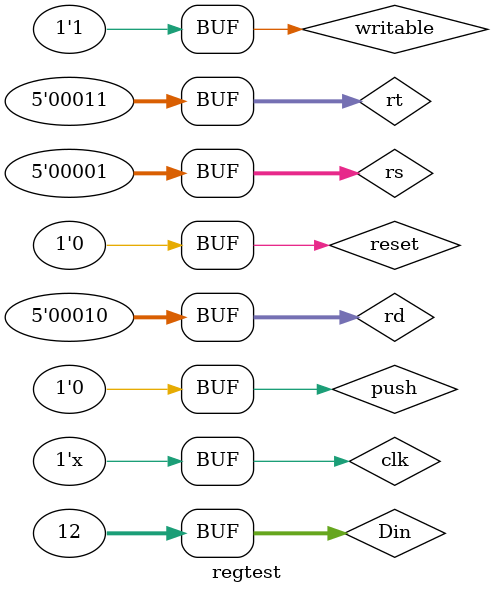
<source format=v>
`timescale 1ps / 1ps


module regtest;

	// Inputs
	reg reset;
	reg push;
	reg [31:0] Din;
	reg writable;
	reg [4:0] rs;
	reg [4:0] rt;
	reg [4:0] rd;
	reg clk;

	// Outputs
	wire [31:0] outa;
	wire [31:0] outb;
	wire [31:0] outans;
	wire [3:0] outnumber;

	// Instantiate the Unit Under Test (UUT)
	RegSet uut (
		.reset(reset), 
		.push(push), 
		.Din(Din), 
		.writable(writable), 
		.rs(rs), 
		.rt(rt), 
		.rd(rd), 
		.clk(clk), 
		.outa(outa), 
		.outb(outb), 
		.outans(outans), 
		.outnumber(outnumber)
	);

	initial begin
		// Initialize Inputs
		reset = 0;
		push = 0;
		Din = 12;
		writable = 1;
		rs = 5'b00001;
		rt = 5'b00011;
		rd = 5'b00010;
		clk = 0;

		// Wait 100 ns for global reset to finish
		#100;
        
		// Add stimulus here
		#1000 reset =~reset;
		#100 reset =~reset;
	end
      always #1 clk=~clk;
		
endmodule


</source>
